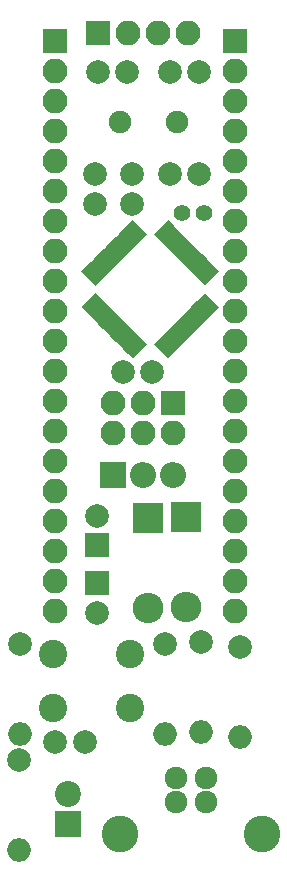
<source format=gbr>
G04 #@! TF.FileFunction,Soldermask,Top*
%FSLAX46Y46*%
G04 Gerber Fmt 4.6, Leading zero omitted, Abs format (unit mm)*
G04 Created by KiCad (PCBNEW 4.0.7) date 10/08/18 12:12:53*
%MOMM*%
%LPD*%
G01*
G04 APERTURE LIST*
%ADD10C,0.100000*%
%ADD11R,2.100000X2.100000*%
%ADD12O,2.100000X2.100000*%
%ADD13C,2.000000*%
%ADD14C,1.900000*%
%ADD15C,1.400000*%
%ADD16R,2.000000X2.000000*%
%ADD17R,2.200000X2.200000*%
%ADD18C,2.200000*%
%ADD19R,2.600000X2.600000*%
%ADD20O,2.600000X2.600000*%
%ADD21C,1.920000*%
%ADD22C,3.100000*%
%ADD23C,2.400000*%
%ADD24O,2.000000X2.000000*%
%ADD25O,2.200000X2.200000*%
G04 APERTURE END LIST*
D10*
G36*
X67252779Y-49789811D02*
X67712398Y-49330192D01*
X68914479Y-50532273D01*
X68454860Y-50991892D01*
X67252779Y-49789811D01*
X67252779Y-49789811D01*
G37*
G36*
X66899226Y-50143364D02*
X67358845Y-49683745D01*
X68560926Y-50885826D01*
X68101307Y-51345445D01*
X66899226Y-50143364D01*
X66899226Y-50143364D01*
G37*
G36*
X66545672Y-50496918D02*
X67005291Y-50037299D01*
X68207372Y-51239380D01*
X67747753Y-51698999D01*
X66545672Y-50496918D01*
X66545672Y-50496918D01*
G37*
G36*
X66192119Y-50850471D02*
X66651738Y-50390852D01*
X67853819Y-51592933D01*
X67394200Y-52052552D01*
X66192119Y-50850471D01*
X66192119Y-50850471D01*
G37*
G36*
X65838566Y-51204024D02*
X66298185Y-50744405D01*
X67500266Y-51946486D01*
X67040647Y-52406105D01*
X65838566Y-51204024D01*
X65838566Y-51204024D01*
G37*
G36*
X65485012Y-51557578D02*
X65944631Y-51097959D01*
X67146712Y-52300040D01*
X66687093Y-52759659D01*
X65485012Y-51557578D01*
X65485012Y-51557578D01*
G37*
G36*
X65131459Y-51911131D02*
X65591078Y-51451512D01*
X66793159Y-52653593D01*
X66333540Y-53113212D01*
X65131459Y-51911131D01*
X65131459Y-51911131D01*
G37*
G36*
X64777905Y-52264685D02*
X65237524Y-51805066D01*
X66439605Y-53007147D01*
X65979986Y-53466766D01*
X64777905Y-52264685D01*
X64777905Y-52264685D01*
G37*
G36*
X64424352Y-52618238D02*
X64883971Y-52158619D01*
X66086052Y-53360700D01*
X65626433Y-53820319D01*
X64424352Y-52618238D01*
X64424352Y-52618238D01*
G37*
G36*
X64070799Y-52971791D02*
X64530418Y-52512172D01*
X65732499Y-53714253D01*
X65272880Y-54173872D01*
X64070799Y-52971791D01*
X64070799Y-52971791D01*
G37*
G36*
X63717245Y-53325345D02*
X64176864Y-52865726D01*
X65378945Y-54067807D01*
X64919326Y-54527426D01*
X63717245Y-53325345D01*
X63717245Y-53325345D01*
G37*
G36*
X63363692Y-53678898D02*
X63823311Y-53219279D01*
X65025392Y-54421360D01*
X64565773Y-54880979D01*
X63363692Y-53678898D01*
X63363692Y-53678898D01*
G37*
G36*
X63823311Y-57143721D02*
X63363692Y-56684102D01*
X64565773Y-55482021D01*
X65025392Y-55941640D01*
X63823311Y-57143721D01*
X63823311Y-57143721D01*
G37*
G36*
X64176864Y-57497274D02*
X63717245Y-57037655D01*
X64919326Y-55835574D01*
X65378945Y-56295193D01*
X64176864Y-57497274D01*
X64176864Y-57497274D01*
G37*
G36*
X64530418Y-57850828D02*
X64070799Y-57391209D01*
X65272880Y-56189128D01*
X65732499Y-56648747D01*
X64530418Y-57850828D01*
X64530418Y-57850828D01*
G37*
G36*
X64883971Y-58204381D02*
X64424352Y-57744762D01*
X65626433Y-56542681D01*
X66086052Y-57002300D01*
X64883971Y-58204381D01*
X64883971Y-58204381D01*
G37*
G36*
X65237524Y-58557934D02*
X64777905Y-58098315D01*
X65979986Y-56896234D01*
X66439605Y-57355853D01*
X65237524Y-58557934D01*
X65237524Y-58557934D01*
G37*
G36*
X65591078Y-58911488D02*
X65131459Y-58451869D01*
X66333540Y-57249788D01*
X66793159Y-57709407D01*
X65591078Y-58911488D01*
X65591078Y-58911488D01*
G37*
G36*
X65944631Y-59265041D02*
X65485012Y-58805422D01*
X66687093Y-57603341D01*
X67146712Y-58062960D01*
X65944631Y-59265041D01*
X65944631Y-59265041D01*
G37*
G36*
X66298185Y-59618595D02*
X65838566Y-59158976D01*
X67040647Y-57956895D01*
X67500266Y-58416514D01*
X66298185Y-59618595D01*
X66298185Y-59618595D01*
G37*
G36*
X66651738Y-59972148D02*
X66192119Y-59512529D01*
X67394200Y-58310448D01*
X67853819Y-58770067D01*
X66651738Y-59972148D01*
X66651738Y-59972148D01*
G37*
G36*
X67005291Y-60325701D02*
X66545672Y-59866082D01*
X67747753Y-58664001D01*
X68207372Y-59123620D01*
X67005291Y-60325701D01*
X67005291Y-60325701D01*
G37*
G36*
X67358845Y-60679255D02*
X66899226Y-60219636D01*
X68101307Y-59017555D01*
X68560926Y-59477174D01*
X67358845Y-60679255D01*
X67358845Y-60679255D01*
G37*
G36*
X67712398Y-61032808D02*
X67252779Y-60573189D01*
X68454860Y-59371108D01*
X68914479Y-59830727D01*
X67712398Y-61032808D01*
X67712398Y-61032808D01*
G37*
G36*
X69515521Y-59830727D02*
X69975140Y-59371108D01*
X71177221Y-60573189D01*
X70717602Y-61032808D01*
X69515521Y-59830727D01*
X69515521Y-59830727D01*
G37*
G36*
X69869074Y-59477174D02*
X70328693Y-59017555D01*
X71530774Y-60219636D01*
X71071155Y-60679255D01*
X69869074Y-59477174D01*
X69869074Y-59477174D01*
G37*
G36*
X70222628Y-59123620D02*
X70682247Y-58664001D01*
X71884328Y-59866082D01*
X71424709Y-60325701D01*
X70222628Y-59123620D01*
X70222628Y-59123620D01*
G37*
G36*
X70576181Y-58770067D02*
X71035800Y-58310448D01*
X72237881Y-59512529D01*
X71778262Y-59972148D01*
X70576181Y-58770067D01*
X70576181Y-58770067D01*
G37*
G36*
X70929734Y-58416514D02*
X71389353Y-57956895D01*
X72591434Y-59158976D01*
X72131815Y-59618595D01*
X70929734Y-58416514D01*
X70929734Y-58416514D01*
G37*
G36*
X71283288Y-58062960D02*
X71742907Y-57603341D01*
X72944988Y-58805422D01*
X72485369Y-59265041D01*
X71283288Y-58062960D01*
X71283288Y-58062960D01*
G37*
G36*
X71636841Y-57709407D02*
X72096460Y-57249788D01*
X73298541Y-58451869D01*
X72838922Y-58911488D01*
X71636841Y-57709407D01*
X71636841Y-57709407D01*
G37*
G36*
X71990395Y-57355853D02*
X72450014Y-56896234D01*
X73652095Y-58098315D01*
X73192476Y-58557934D01*
X71990395Y-57355853D01*
X71990395Y-57355853D01*
G37*
G36*
X72343948Y-57002300D02*
X72803567Y-56542681D01*
X74005648Y-57744762D01*
X73546029Y-58204381D01*
X72343948Y-57002300D01*
X72343948Y-57002300D01*
G37*
G36*
X72697501Y-56648747D02*
X73157120Y-56189128D01*
X74359201Y-57391209D01*
X73899582Y-57850828D01*
X72697501Y-56648747D01*
X72697501Y-56648747D01*
G37*
G36*
X73051055Y-56295193D02*
X73510674Y-55835574D01*
X74712755Y-57037655D01*
X74253136Y-57497274D01*
X73051055Y-56295193D01*
X73051055Y-56295193D01*
G37*
G36*
X73404608Y-55941640D02*
X73864227Y-55482021D01*
X75066308Y-56684102D01*
X74606689Y-57143721D01*
X73404608Y-55941640D01*
X73404608Y-55941640D01*
G37*
G36*
X73864227Y-54880979D02*
X73404608Y-54421360D01*
X74606689Y-53219279D01*
X75066308Y-53678898D01*
X73864227Y-54880979D01*
X73864227Y-54880979D01*
G37*
G36*
X73510674Y-54527426D02*
X73051055Y-54067807D01*
X74253136Y-52865726D01*
X74712755Y-53325345D01*
X73510674Y-54527426D01*
X73510674Y-54527426D01*
G37*
G36*
X73157120Y-54173872D02*
X72697501Y-53714253D01*
X73899582Y-52512172D01*
X74359201Y-52971791D01*
X73157120Y-54173872D01*
X73157120Y-54173872D01*
G37*
G36*
X72803567Y-53820319D02*
X72343948Y-53360700D01*
X73546029Y-52158619D01*
X74005648Y-52618238D01*
X72803567Y-53820319D01*
X72803567Y-53820319D01*
G37*
G36*
X72450014Y-53466766D02*
X71990395Y-53007147D01*
X73192476Y-51805066D01*
X73652095Y-52264685D01*
X72450014Y-53466766D01*
X72450014Y-53466766D01*
G37*
G36*
X72096460Y-53113212D02*
X71636841Y-52653593D01*
X72838922Y-51451512D01*
X73298541Y-51911131D01*
X72096460Y-53113212D01*
X72096460Y-53113212D01*
G37*
G36*
X71742907Y-52759659D02*
X71283288Y-52300040D01*
X72485369Y-51097959D01*
X72944988Y-51557578D01*
X71742907Y-52759659D01*
X71742907Y-52759659D01*
G37*
G36*
X71389353Y-52406105D02*
X70929734Y-51946486D01*
X72131815Y-50744405D01*
X72591434Y-51204024D01*
X71389353Y-52406105D01*
X71389353Y-52406105D01*
G37*
G36*
X71035800Y-52052552D02*
X70576181Y-51592933D01*
X71778262Y-50390852D01*
X72237881Y-50850471D01*
X71035800Y-52052552D01*
X71035800Y-52052552D01*
G37*
G36*
X70682247Y-51698999D02*
X70222628Y-51239380D01*
X71424709Y-50037299D01*
X71884328Y-50496918D01*
X70682247Y-51698999D01*
X70682247Y-51698999D01*
G37*
G36*
X70328693Y-51345445D02*
X69869074Y-50885826D01*
X71071155Y-49683745D01*
X71530774Y-50143364D01*
X70328693Y-51345445D01*
X70328693Y-51345445D01*
G37*
G36*
X69975140Y-50991892D02*
X69515521Y-50532273D01*
X70717602Y-49330192D01*
X71177221Y-49789811D01*
X69975140Y-50991892D01*
X69975140Y-50991892D01*
G37*
D11*
X61110000Y-34158000D03*
D12*
X61110000Y-36698000D03*
X61110000Y-39238000D03*
X61110000Y-41778000D03*
X61110000Y-44318000D03*
X61110000Y-46858000D03*
X61110000Y-49398000D03*
X61110000Y-51938000D03*
X61110000Y-54478000D03*
X61110000Y-57018000D03*
X61110000Y-59558000D03*
X61110000Y-62098000D03*
X61110000Y-64638000D03*
X61110000Y-67178000D03*
X61110000Y-69718000D03*
X61110000Y-72258000D03*
X61110000Y-74798000D03*
X61110000Y-77338000D03*
X61110000Y-79878000D03*
X61110000Y-82418000D03*
D11*
X76350000Y-34158000D03*
D12*
X76350000Y-36698000D03*
X76350000Y-39238000D03*
X76350000Y-41778000D03*
X76350000Y-44318000D03*
X76350000Y-46858000D03*
X76350000Y-49398000D03*
X76350000Y-51938000D03*
X76350000Y-54478000D03*
X76350000Y-57018000D03*
X76350000Y-59558000D03*
X76350000Y-62098000D03*
X76350000Y-64638000D03*
X76350000Y-67178000D03*
X76350000Y-69718000D03*
X76350000Y-72258000D03*
X76350000Y-74798000D03*
X76350000Y-77338000D03*
X76350000Y-79878000D03*
X76350000Y-82418000D03*
D13*
X67627500Y-45466000D03*
X67627500Y-47966000D03*
X64516000Y-45466000D03*
X64516000Y-47966000D03*
X70866000Y-36830000D03*
X73366000Y-36830000D03*
X64770000Y-36830000D03*
X67270000Y-36830000D03*
D11*
X64770000Y-33528000D03*
D12*
X67310000Y-33528000D03*
X69850000Y-33528000D03*
X72390000Y-33528000D03*
D14*
X71501000Y-41021000D03*
X66621000Y-41021000D03*
D15*
X71882000Y-48768000D03*
X73782000Y-48768000D03*
D13*
X70866000Y-45466000D03*
X73366000Y-45466000D03*
D16*
X64709040Y-80076040D03*
D13*
X64709040Y-82576040D03*
X66865500Y-62166500D03*
X69365500Y-62166500D03*
D16*
X64731900Y-76885800D03*
D13*
X64731900Y-74385800D03*
X61153040Y-93497400D03*
X63653040Y-93497400D03*
D17*
X62219840Y-100472240D03*
D18*
X62219840Y-97932240D03*
D19*
X69049900Y-74587100D03*
D20*
X69049900Y-82207100D03*
D19*
X72199500Y-74447400D03*
D20*
X72199500Y-82067400D03*
D21*
X71414640Y-96586040D03*
X73954640Y-96586040D03*
X73954640Y-98586040D03*
X71414640Y-98586040D03*
D22*
X66684640Y-101286040D03*
X78684640Y-101286040D03*
D11*
X71120000Y-64833500D03*
D12*
X71120000Y-67373500D03*
X68580000Y-64833500D03*
X68580000Y-67373500D03*
X66040000Y-64833500D03*
X66040000Y-67373500D03*
D23*
X60960000Y-90606000D03*
X60960000Y-86106000D03*
X67460000Y-90606000D03*
X67460000Y-86106000D03*
D13*
X70485000Y-85217000D03*
D24*
X70485000Y-92837000D03*
D13*
X73533000Y-85090000D03*
D24*
X73533000Y-92710000D03*
D13*
X76835000Y-85471000D03*
D24*
X76835000Y-93091000D03*
D13*
X58140600Y-85232240D03*
D24*
X58140600Y-92852240D03*
D13*
X58064400Y-95062040D03*
D24*
X58064400Y-102682040D03*
D17*
X66027300Y-70942200D03*
D25*
X68567300Y-70942200D03*
X71107300Y-70942200D03*
M02*

</source>
